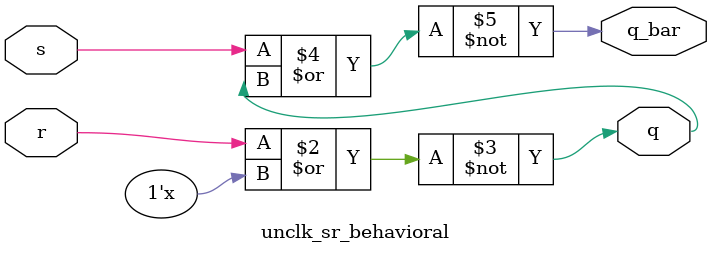
<source format=v>
module unclk_sr_behavioral (q, q_bar, r, s);

output reg q, q_bar;
input r, s;

always @ (r, s)
begin
	q = ~(r | q_bar);
	q_bar = ~(s | q);
end

endmodule
</source>
